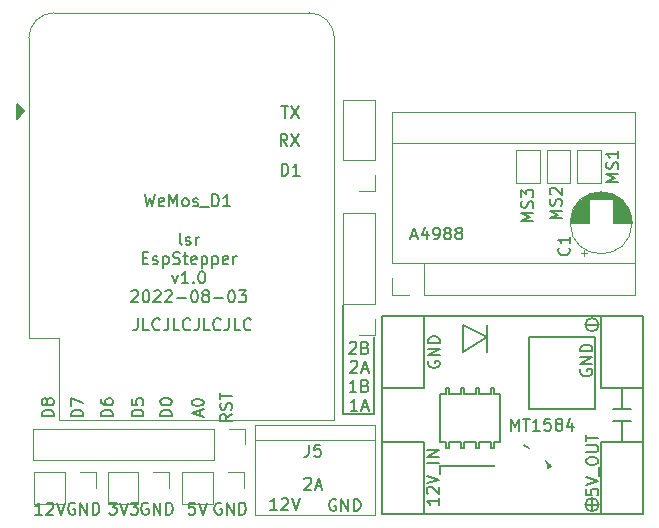
<source format=gto>
%TF.GenerationSoftware,KiCad,Pcbnew,6.0.2+dfsg-1*%
%TF.CreationDate,2022-08-03T16:07:21+02:00*%
%TF.ProjectId,EspStepperV1,45737053-7465-4707-9065-7256312e6b69,rev?*%
%TF.SameCoordinates,Original*%
%TF.FileFunction,Legend,Top*%
%TF.FilePolarity,Positive*%
%FSLAX46Y46*%
G04 Gerber Fmt 4.6, Leading zero omitted, Abs format (unit mm)*
G04 Created by KiCad (PCBNEW 6.0.2+dfsg-1) date 2022-08-03 16:07:21*
%MOMM*%
%LPD*%
G01*
G04 APERTURE LIST*
%ADD10C,0.150000*%
%ADD11C,0.120000*%
%ADD12C,1.524000*%
%ADD13R,1.524000X1.524000*%
%ADD14C,1.600000*%
%ADD15R,1.600000X1.600000*%
%ADD16R,2.000000X2.000000*%
%ADD17O,2.000000X1.600000*%
%ADD18R,1.500000X1.000000*%
%ADD19O,1.600000X1.600000*%
%ADD20R,1.700000X1.700000*%
%ADD21O,1.700000X1.700000*%
%ADD22R,3.000000X3.000000*%
%ADD23C,3.000000*%
%ADD24C,3.100000*%
%ADD25C,4.700000*%
G04 APERTURE END LIST*
D10*
X75300000Y-101500000D02*
X75300000Y-101300000D01*
X75300000Y-101400000D02*
X75300000Y-95000000D01*
X72670000Y-101500000D02*
X75300000Y-101500000D01*
X72670000Y-92300000D02*
X72670000Y-101500000D01*
X69385714Y-107047619D02*
X69433333Y-107000000D01*
X69528571Y-106952380D01*
X69766666Y-106952380D01*
X69861904Y-107000000D01*
X69909523Y-107047619D01*
X69957142Y-107142857D01*
X69957142Y-107238095D01*
X69909523Y-107380952D01*
X69338095Y-107952380D01*
X69957142Y-107952380D01*
X70338095Y-107666666D02*
X70814285Y-107666666D01*
X70242857Y-107952380D02*
X70576190Y-106952380D01*
X70909523Y-107952380D01*
X55280952Y-93452380D02*
X55280952Y-94166666D01*
X55233333Y-94309523D01*
X55138095Y-94404761D01*
X54995238Y-94452380D01*
X54900000Y-94452380D01*
X56233333Y-94452380D02*
X55757142Y-94452380D01*
X55757142Y-93452380D01*
X57138095Y-94357142D02*
X57090476Y-94404761D01*
X56947619Y-94452380D01*
X56852380Y-94452380D01*
X56709523Y-94404761D01*
X56614285Y-94309523D01*
X56566666Y-94214285D01*
X56519047Y-94023809D01*
X56519047Y-93880952D01*
X56566666Y-93690476D01*
X56614285Y-93595238D01*
X56709523Y-93500000D01*
X56852380Y-93452380D01*
X56947619Y-93452380D01*
X57090476Y-93500000D01*
X57138095Y-93547619D01*
X57852380Y-93452380D02*
X57852380Y-94166666D01*
X57804761Y-94309523D01*
X57709523Y-94404761D01*
X57566666Y-94452380D01*
X57471428Y-94452380D01*
X58804761Y-94452380D02*
X58328571Y-94452380D01*
X58328571Y-93452380D01*
X59709523Y-94357142D02*
X59661904Y-94404761D01*
X59519047Y-94452380D01*
X59423809Y-94452380D01*
X59280952Y-94404761D01*
X59185714Y-94309523D01*
X59138095Y-94214285D01*
X59090476Y-94023809D01*
X59090476Y-93880952D01*
X59138095Y-93690476D01*
X59185714Y-93595238D01*
X59280952Y-93500000D01*
X59423809Y-93452380D01*
X59519047Y-93452380D01*
X59661904Y-93500000D01*
X59709523Y-93547619D01*
X60423809Y-93452380D02*
X60423809Y-94166666D01*
X60376190Y-94309523D01*
X60280952Y-94404761D01*
X60138095Y-94452380D01*
X60042857Y-94452380D01*
X61376190Y-94452380D02*
X60900000Y-94452380D01*
X60900000Y-93452380D01*
X62280952Y-94357142D02*
X62233333Y-94404761D01*
X62090476Y-94452380D01*
X61995238Y-94452380D01*
X61852380Y-94404761D01*
X61757142Y-94309523D01*
X61709523Y-94214285D01*
X61661904Y-94023809D01*
X61661904Y-93880952D01*
X61709523Y-93690476D01*
X61757142Y-93595238D01*
X61852380Y-93500000D01*
X61995238Y-93452380D01*
X62090476Y-93452380D01*
X62233333Y-93500000D01*
X62280952Y-93547619D01*
X62995238Y-93452380D02*
X62995238Y-94166666D01*
X62947619Y-94309523D01*
X62852380Y-94404761D01*
X62709523Y-94452380D01*
X62614285Y-94452380D01*
X63947619Y-94452380D02*
X63471428Y-94452380D01*
X63471428Y-93452380D01*
X64852380Y-94357142D02*
X64804761Y-94404761D01*
X64661904Y-94452380D01*
X64566666Y-94452380D01*
X64423809Y-94404761D01*
X64328571Y-94309523D01*
X64280952Y-94214285D01*
X64233333Y-94023809D01*
X64233333Y-93880952D01*
X64280952Y-93690476D01*
X64328571Y-93595238D01*
X64423809Y-93500000D01*
X64566666Y-93452380D01*
X64661904Y-93452380D01*
X64804761Y-93500000D01*
X64852380Y-93547619D01*
X59004761Y-87237380D02*
X58909523Y-87189761D01*
X58861904Y-87094523D01*
X58861904Y-86237380D01*
X59338095Y-87189761D02*
X59433333Y-87237380D01*
X59623809Y-87237380D01*
X59719047Y-87189761D01*
X59766666Y-87094523D01*
X59766666Y-87046904D01*
X59719047Y-86951666D01*
X59623809Y-86904047D01*
X59480952Y-86904047D01*
X59385714Y-86856428D01*
X59338095Y-86761190D01*
X59338095Y-86713571D01*
X59385714Y-86618333D01*
X59480952Y-86570714D01*
X59623809Y-86570714D01*
X59719047Y-86618333D01*
X60195238Y-87237380D02*
X60195238Y-86570714D01*
X60195238Y-86761190D02*
X60242857Y-86665952D01*
X60290476Y-86618333D01*
X60385714Y-86570714D01*
X60480952Y-86570714D01*
X55695238Y-88323571D02*
X56028571Y-88323571D01*
X56171428Y-88847380D02*
X55695238Y-88847380D01*
X55695238Y-87847380D01*
X56171428Y-87847380D01*
X56552380Y-88799761D02*
X56647619Y-88847380D01*
X56838095Y-88847380D01*
X56933333Y-88799761D01*
X56980952Y-88704523D01*
X56980952Y-88656904D01*
X56933333Y-88561666D01*
X56838095Y-88514047D01*
X56695238Y-88514047D01*
X56600000Y-88466428D01*
X56552380Y-88371190D01*
X56552380Y-88323571D01*
X56600000Y-88228333D01*
X56695238Y-88180714D01*
X56838095Y-88180714D01*
X56933333Y-88228333D01*
X57409523Y-88180714D02*
X57409523Y-89180714D01*
X57409523Y-88228333D02*
X57504761Y-88180714D01*
X57695238Y-88180714D01*
X57790476Y-88228333D01*
X57838095Y-88275952D01*
X57885714Y-88371190D01*
X57885714Y-88656904D01*
X57838095Y-88752142D01*
X57790476Y-88799761D01*
X57695238Y-88847380D01*
X57504761Y-88847380D01*
X57409523Y-88799761D01*
X58266666Y-88799761D02*
X58409523Y-88847380D01*
X58647619Y-88847380D01*
X58742857Y-88799761D01*
X58790476Y-88752142D01*
X58838095Y-88656904D01*
X58838095Y-88561666D01*
X58790476Y-88466428D01*
X58742857Y-88418809D01*
X58647619Y-88371190D01*
X58457142Y-88323571D01*
X58361904Y-88275952D01*
X58314285Y-88228333D01*
X58266666Y-88133095D01*
X58266666Y-88037857D01*
X58314285Y-87942619D01*
X58361904Y-87895000D01*
X58457142Y-87847380D01*
X58695238Y-87847380D01*
X58838095Y-87895000D01*
X59123809Y-88180714D02*
X59504761Y-88180714D01*
X59266666Y-87847380D02*
X59266666Y-88704523D01*
X59314285Y-88799761D01*
X59409523Y-88847380D01*
X59504761Y-88847380D01*
X60219047Y-88799761D02*
X60123809Y-88847380D01*
X59933333Y-88847380D01*
X59838095Y-88799761D01*
X59790476Y-88704523D01*
X59790476Y-88323571D01*
X59838095Y-88228333D01*
X59933333Y-88180714D01*
X60123809Y-88180714D01*
X60219047Y-88228333D01*
X60266666Y-88323571D01*
X60266666Y-88418809D01*
X59790476Y-88514047D01*
X60695238Y-88180714D02*
X60695238Y-89180714D01*
X60695238Y-88228333D02*
X60790476Y-88180714D01*
X60980952Y-88180714D01*
X61076190Y-88228333D01*
X61123809Y-88275952D01*
X61171428Y-88371190D01*
X61171428Y-88656904D01*
X61123809Y-88752142D01*
X61076190Y-88799761D01*
X60980952Y-88847380D01*
X60790476Y-88847380D01*
X60695238Y-88799761D01*
X61600000Y-88180714D02*
X61600000Y-89180714D01*
X61600000Y-88228333D02*
X61695238Y-88180714D01*
X61885714Y-88180714D01*
X61980952Y-88228333D01*
X62028571Y-88275952D01*
X62076190Y-88371190D01*
X62076190Y-88656904D01*
X62028571Y-88752142D01*
X61980952Y-88799761D01*
X61885714Y-88847380D01*
X61695238Y-88847380D01*
X61600000Y-88799761D01*
X62885714Y-88799761D02*
X62790476Y-88847380D01*
X62600000Y-88847380D01*
X62504761Y-88799761D01*
X62457142Y-88704523D01*
X62457142Y-88323571D01*
X62504761Y-88228333D01*
X62600000Y-88180714D01*
X62790476Y-88180714D01*
X62885714Y-88228333D01*
X62933333Y-88323571D01*
X62933333Y-88418809D01*
X62457142Y-88514047D01*
X63361904Y-88847380D02*
X63361904Y-88180714D01*
X63361904Y-88371190D02*
X63409523Y-88275952D01*
X63457142Y-88228333D01*
X63552380Y-88180714D01*
X63647619Y-88180714D01*
X58171428Y-89790714D02*
X58409523Y-90457380D01*
X58647619Y-89790714D01*
X59552380Y-90457380D02*
X58980952Y-90457380D01*
X59266666Y-90457380D02*
X59266666Y-89457380D01*
X59171428Y-89600238D01*
X59076190Y-89695476D01*
X58980952Y-89743095D01*
X59980952Y-90362142D02*
X60028571Y-90409761D01*
X59980952Y-90457380D01*
X59933333Y-90409761D01*
X59980952Y-90362142D01*
X59980952Y-90457380D01*
X60647619Y-89457380D02*
X60742857Y-89457380D01*
X60838095Y-89505000D01*
X60885714Y-89552619D01*
X60933333Y-89647857D01*
X60980952Y-89838333D01*
X60980952Y-90076428D01*
X60933333Y-90266904D01*
X60885714Y-90362142D01*
X60838095Y-90409761D01*
X60742857Y-90457380D01*
X60647619Y-90457380D01*
X60552380Y-90409761D01*
X60504761Y-90362142D01*
X60457142Y-90266904D01*
X60409523Y-90076428D01*
X60409523Y-89838333D01*
X60457142Y-89647857D01*
X60504761Y-89552619D01*
X60552380Y-89505000D01*
X60647619Y-89457380D01*
X54742857Y-91162619D02*
X54790476Y-91115000D01*
X54885714Y-91067380D01*
X55123809Y-91067380D01*
X55219047Y-91115000D01*
X55266666Y-91162619D01*
X55314285Y-91257857D01*
X55314285Y-91353095D01*
X55266666Y-91495952D01*
X54695238Y-92067380D01*
X55314285Y-92067380D01*
X55933333Y-91067380D02*
X56028571Y-91067380D01*
X56123809Y-91115000D01*
X56171428Y-91162619D01*
X56219047Y-91257857D01*
X56266666Y-91448333D01*
X56266666Y-91686428D01*
X56219047Y-91876904D01*
X56171428Y-91972142D01*
X56123809Y-92019761D01*
X56028571Y-92067380D01*
X55933333Y-92067380D01*
X55838095Y-92019761D01*
X55790476Y-91972142D01*
X55742857Y-91876904D01*
X55695238Y-91686428D01*
X55695238Y-91448333D01*
X55742857Y-91257857D01*
X55790476Y-91162619D01*
X55838095Y-91115000D01*
X55933333Y-91067380D01*
X56647619Y-91162619D02*
X56695238Y-91115000D01*
X56790476Y-91067380D01*
X57028571Y-91067380D01*
X57123809Y-91115000D01*
X57171428Y-91162619D01*
X57219047Y-91257857D01*
X57219047Y-91353095D01*
X57171428Y-91495952D01*
X56600000Y-92067380D01*
X57219047Y-92067380D01*
X57600000Y-91162619D02*
X57647619Y-91115000D01*
X57742857Y-91067380D01*
X57980952Y-91067380D01*
X58076190Y-91115000D01*
X58123809Y-91162619D01*
X58171428Y-91257857D01*
X58171428Y-91353095D01*
X58123809Y-91495952D01*
X57552380Y-92067380D01*
X58171428Y-92067380D01*
X58600000Y-91686428D02*
X59361904Y-91686428D01*
X60028571Y-91067380D02*
X60123809Y-91067380D01*
X60219047Y-91115000D01*
X60266666Y-91162619D01*
X60314285Y-91257857D01*
X60361904Y-91448333D01*
X60361904Y-91686428D01*
X60314285Y-91876904D01*
X60266666Y-91972142D01*
X60219047Y-92019761D01*
X60123809Y-92067380D01*
X60028571Y-92067380D01*
X59933333Y-92019761D01*
X59885714Y-91972142D01*
X59838095Y-91876904D01*
X59790476Y-91686428D01*
X59790476Y-91448333D01*
X59838095Y-91257857D01*
X59885714Y-91162619D01*
X59933333Y-91115000D01*
X60028571Y-91067380D01*
X60933333Y-91495952D02*
X60838095Y-91448333D01*
X60790476Y-91400714D01*
X60742857Y-91305476D01*
X60742857Y-91257857D01*
X60790476Y-91162619D01*
X60838095Y-91115000D01*
X60933333Y-91067380D01*
X61123809Y-91067380D01*
X61219047Y-91115000D01*
X61266666Y-91162619D01*
X61314285Y-91257857D01*
X61314285Y-91305476D01*
X61266666Y-91400714D01*
X61219047Y-91448333D01*
X61123809Y-91495952D01*
X60933333Y-91495952D01*
X60838095Y-91543571D01*
X60790476Y-91591190D01*
X60742857Y-91686428D01*
X60742857Y-91876904D01*
X60790476Y-91972142D01*
X60838095Y-92019761D01*
X60933333Y-92067380D01*
X61123809Y-92067380D01*
X61219047Y-92019761D01*
X61266666Y-91972142D01*
X61314285Y-91876904D01*
X61314285Y-91686428D01*
X61266666Y-91591190D01*
X61219047Y-91543571D01*
X61123809Y-91495952D01*
X61742857Y-91686428D02*
X62504761Y-91686428D01*
X63171428Y-91067380D02*
X63266666Y-91067380D01*
X63361904Y-91115000D01*
X63409523Y-91162619D01*
X63457142Y-91257857D01*
X63504761Y-91448333D01*
X63504761Y-91686428D01*
X63457142Y-91876904D01*
X63409523Y-91972142D01*
X63361904Y-92019761D01*
X63266666Y-92067380D01*
X63171428Y-92067380D01*
X63076190Y-92019761D01*
X63028571Y-91972142D01*
X62980952Y-91876904D01*
X62933333Y-91686428D01*
X62933333Y-91448333D01*
X62980952Y-91257857D01*
X63028571Y-91162619D01*
X63076190Y-91115000D01*
X63171428Y-91067380D01*
X63838095Y-91067380D02*
X64457142Y-91067380D01*
X64123809Y-91448333D01*
X64266666Y-91448333D01*
X64361904Y-91495952D01*
X64409523Y-91543571D01*
X64457142Y-91638809D01*
X64457142Y-91876904D01*
X64409523Y-91972142D01*
X64361904Y-92019761D01*
X64266666Y-92067380D01*
X63980952Y-92067380D01*
X63885714Y-92019761D01*
X63838095Y-91972142D01*
X92800000Y-97761904D02*
X92752380Y-97857142D01*
X92752380Y-98000000D01*
X92800000Y-98142857D01*
X92895238Y-98238095D01*
X92990476Y-98285714D01*
X93180952Y-98333333D01*
X93323809Y-98333333D01*
X93514285Y-98285714D01*
X93609523Y-98238095D01*
X93704761Y-98142857D01*
X93752380Y-98000000D01*
X93752380Y-97904761D01*
X93704761Y-97761904D01*
X93657142Y-97714285D01*
X93323809Y-97714285D01*
X93323809Y-97904761D01*
X93752380Y-97285714D02*
X92752380Y-97285714D01*
X93752380Y-96714285D01*
X92752380Y-96714285D01*
X93752380Y-96238095D02*
X92752380Y-96238095D01*
X92752380Y-96000000D01*
X92800000Y-95857142D01*
X92895238Y-95761904D01*
X92990476Y-95714285D01*
X93180952Y-95666666D01*
X93323809Y-95666666D01*
X93514285Y-95714285D01*
X93609523Y-95761904D01*
X93704761Y-95857142D01*
X93752380Y-96000000D01*
X93752380Y-96238095D01*
X93252380Y-107900000D02*
X93252380Y-108376190D01*
X93728571Y-108423809D01*
X93680952Y-108376190D01*
X93633333Y-108280952D01*
X93633333Y-108042857D01*
X93680952Y-107947619D01*
X93728571Y-107900000D01*
X93823809Y-107852380D01*
X94061904Y-107852380D01*
X94157142Y-107900000D01*
X94204761Y-107947619D01*
X94252380Y-108042857D01*
X94252380Y-108280952D01*
X94204761Y-108376190D01*
X94157142Y-108423809D01*
X93252380Y-107566666D02*
X94252380Y-107233333D01*
X93252380Y-106900000D01*
X94347619Y-106804761D02*
X94347619Y-106042857D01*
X93252380Y-105614285D02*
X93252380Y-105423809D01*
X93300000Y-105328571D01*
X93395238Y-105233333D01*
X93585714Y-105185714D01*
X93919047Y-105185714D01*
X94109523Y-105233333D01*
X94204761Y-105328571D01*
X94252380Y-105423809D01*
X94252380Y-105614285D01*
X94204761Y-105709523D01*
X94109523Y-105804761D01*
X93919047Y-105852380D01*
X93585714Y-105852380D01*
X93395238Y-105804761D01*
X93300000Y-105709523D01*
X93252380Y-105614285D01*
X93252380Y-104757142D02*
X94061904Y-104757142D01*
X94157142Y-104709523D01*
X94204761Y-104661904D01*
X94252380Y-104566666D01*
X94252380Y-104376190D01*
X94204761Y-104280952D01*
X94157142Y-104233333D01*
X94061904Y-104185714D01*
X93252380Y-104185714D01*
X93252380Y-103852380D02*
X93252380Y-103280952D01*
X94252380Y-103566666D02*
X93252380Y-103566666D01*
X80752380Y-108661904D02*
X80752380Y-109233333D01*
X80752380Y-108947619D02*
X79752380Y-108947619D01*
X79895238Y-109042857D01*
X79990476Y-109138095D01*
X80038095Y-109233333D01*
X79847619Y-108280952D02*
X79800000Y-108233333D01*
X79752380Y-108138095D01*
X79752380Y-107900000D01*
X79800000Y-107804761D01*
X79847619Y-107757142D01*
X79942857Y-107709523D01*
X80038095Y-107709523D01*
X80180952Y-107757142D01*
X80752380Y-108328571D01*
X80752380Y-107709523D01*
X79752380Y-107423809D02*
X80752380Y-107090476D01*
X79752380Y-106757142D01*
X80847619Y-106661904D02*
X80847619Y-105900000D01*
X80752380Y-105661904D02*
X79752380Y-105661904D01*
X80752380Y-105185714D02*
X79752380Y-105185714D01*
X80752380Y-104614285D01*
X79752380Y-104614285D01*
X79900000Y-97061904D02*
X79852380Y-97157142D01*
X79852380Y-97300000D01*
X79900000Y-97442857D01*
X79995238Y-97538095D01*
X80090476Y-97585714D01*
X80280952Y-97633333D01*
X80423809Y-97633333D01*
X80614285Y-97585714D01*
X80709523Y-97538095D01*
X80804761Y-97442857D01*
X80852380Y-97300000D01*
X80852380Y-97204761D01*
X80804761Y-97061904D01*
X80757142Y-97014285D01*
X80423809Y-97014285D01*
X80423809Y-97204761D01*
X80852380Y-96585714D02*
X79852380Y-96585714D01*
X80852380Y-96014285D01*
X79852380Y-96014285D01*
X80852380Y-95538095D02*
X79852380Y-95538095D01*
X79852380Y-95300000D01*
X79900000Y-95157142D01*
X79995238Y-95061904D01*
X80090476Y-95014285D01*
X80280952Y-94966666D01*
X80423809Y-94966666D01*
X80614285Y-95014285D01*
X80709523Y-95061904D01*
X80804761Y-95157142D01*
X80852380Y-95300000D01*
X80852380Y-95538095D01*
X72038095Y-108800000D02*
X71942857Y-108752380D01*
X71800000Y-108752380D01*
X71657142Y-108800000D01*
X71561904Y-108895238D01*
X71514285Y-108990476D01*
X71466666Y-109180952D01*
X71466666Y-109323809D01*
X71514285Y-109514285D01*
X71561904Y-109609523D01*
X71657142Y-109704761D01*
X71800000Y-109752380D01*
X71895238Y-109752380D01*
X72038095Y-109704761D01*
X72085714Y-109657142D01*
X72085714Y-109323809D01*
X71895238Y-109323809D01*
X72514285Y-109752380D02*
X72514285Y-108752380D01*
X73085714Y-109752380D01*
X73085714Y-108752380D01*
X73561904Y-109752380D02*
X73561904Y-108752380D01*
X73800000Y-108752380D01*
X73942857Y-108800000D01*
X74038095Y-108895238D01*
X74085714Y-108990476D01*
X74133333Y-109180952D01*
X74133333Y-109323809D01*
X74085714Y-109514285D01*
X74038095Y-109609523D01*
X73942857Y-109704761D01*
X73800000Y-109752380D01*
X73561904Y-109752380D01*
X67080952Y-109652380D02*
X66509523Y-109652380D01*
X66795238Y-109652380D02*
X66795238Y-108652380D01*
X66700000Y-108795238D01*
X66604761Y-108890476D01*
X66509523Y-108938095D01*
X67461904Y-108747619D02*
X67509523Y-108700000D01*
X67604761Y-108652380D01*
X67842857Y-108652380D01*
X67938095Y-108700000D01*
X67985714Y-108747619D01*
X68033333Y-108842857D01*
X68033333Y-108938095D01*
X67985714Y-109080952D01*
X67414285Y-109652380D01*
X68033333Y-109652380D01*
X68319047Y-108652380D02*
X68652380Y-109652380D01*
X68985714Y-108652380D01*
X73214285Y-95532619D02*
X73261904Y-95485000D01*
X73357142Y-95437380D01*
X73595238Y-95437380D01*
X73690476Y-95485000D01*
X73738095Y-95532619D01*
X73785714Y-95627857D01*
X73785714Y-95723095D01*
X73738095Y-95865952D01*
X73166666Y-96437380D01*
X73785714Y-96437380D01*
X74547619Y-95913571D02*
X74690476Y-95961190D01*
X74738095Y-96008809D01*
X74785714Y-96104047D01*
X74785714Y-96246904D01*
X74738095Y-96342142D01*
X74690476Y-96389761D01*
X74595238Y-96437380D01*
X74214285Y-96437380D01*
X74214285Y-95437380D01*
X74547619Y-95437380D01*
X74642857Y-95485000D01*
X74690476Y-95532619D01*
X74738095Y-95627857D01*
X74738095Y-95723095D01*
X74690476Y-95818333D01*
X74642857Y-95865952D01*
X74547619Y-95913571D01*
X74214285Y-95913571D01*
X73285714Y-97142619D02*
X73333333Y-97095000D01*
X73428571Y-97047380D01*
X73666666Y-97047380D01*
X73761904Y-97095000D01*
X73809523Y-97142619D01*
X73857142Y-97237857D01*
X73857142Y-97333095D01*
X73809523Y-97475952D01*
X73238095Y-98047380D01*
X73857142Y-98047380D01*
X74238095Y-97761666D02*
X74714285Y-97761666D01*
X74142857Y-98047380D02*
X74476190Y-97047380D01*
X74809523Y-98047380D01*
X73785714Y-99657380D02*
X73214285Y-99657380D01*
X73500000Y-99657380D02*
X73500000Y-98657380D01*
X73404761Y-98800238D01*
X73309523Y-98895476D01*
X73214285Y-98943095D01*
X74547619Y-99133571D02*
X74690476Y-99181190D01*
X74738095Y-99228809D01*
X74785714Y-99324047D01*
X74785714Y-99466904D01*
X74738095Y-99562142D01*
X74690476Y-99609761D01*
X74595238Y-99657380D01*
X74214285Y-99657380D01*
X74214285Y-98657380D01*
X74547619Y-98657380D01*
X74642857Y-98705000D01*
X74690476Y-98752619D01*
X74738095Y-98847857D01*
X74738095Y-98943095D01*
X74690476Y-99038333D01*
X74642857Y-99085952D01*
X74547619Y-99133571D01*
X74214285Y-99133571D01*
X73857142Y-101267380D02*
X73285714Y-101267380D01*
X73571428Y-101267380D02*
X73571428Y-100267380D01*
X73476190Y-100410238D01*
X73380952Y-100505476D01*
X73285714Y-100553095D01*
X74238095Y-100981666D02*
X74714285Y-100981666D01*
X74142857Y-101267380D02*
X74476190Y-100267380D01*
X74809523Y-101267380D01*
X67461904Y-81352380D02*
X67461904Y-80352380D01*
X67700000Y-80352380D01*
X67842857Y-80400000D01*
X67938095Y-80495238D01*
X67985714Y-80590476D01*
X68033333Y-80780952D01*
X68033333Y-80923809D01*
X67985714Y-81114285D01*
X67938095Y-81209523D01*
X67842857Y-81304761D01*
X67700000Y-81352380D01*
X67461904Y-81352380D01*
X68985714Y-81352380D02*
X68414285Y-81352380D01*
X68700000Y-81352380D02*
X68700000Y-80352380D01*
X68604761Y-80495238D01*
X68509523Y-80590476D01*
X68414285Y-80638095D01*
X67933333Y-78852380D02*
X67600000Y-78376190D01*
X67361904Y-78852380D02*
X67361904Y-77852380D01*
X67742857Y-77852380D01*
X67838095Y-77900000D01*
X67885714Y-77947619D01*
X67933333Y-78042857D01*
X67933333Y-78185714D01*
X67885714Y-78280952D01*
X67838095Y-78328571D01*
X67742857Y-78376190D01*
X67361904Y-78376190D01*
X68266666Y-77852380D02*
X68933333Y-78852380D01*
X68933333Y-77852380D02*
X68266666Y-78852380D01*
X67438095Y-75452380D02*
X68009523Y-75452380D01*
X67723809Y-76452380D02*
X67723809Y-75452380D01*
X68247619Y-75452380D02*
X68914285Y-76452380D01*
X68914285Y-75452380D02*
X68247619Y-76452380D01*
X49938095Y-109100000D02*
X49842857Y-109052380D01*
X49700000Y-109052380D01*
X49557142Y-109100000D01*
X49461904Y-109195238D01*
X49414285Y-109290476D01*
X49366666Y-109480952D01*
X49366666Y-109623809D01*
X49414285Y-109814285D01*
X49461904Y-109909523D01*
X49557142Y-110004761D01*
X49700000Y-110052380D01*
X49795238Y-110052380D01*
X49938095Y-110004761D01*
X49985714Y-109957142D01*
X49985714Y-109623809D01*
X49795238Y-109623809D01*
X50414285Y-110052380D02*
X50414285Y-109052380D01*
X50985714Y-110052380D01*
X50985714Y-109052380D01*
X51461904Y-110052380D02*
X51461904Y-109052380D01*
X51700000Y-109052380D01*
X51842857Y-109100000D01*
X51938095Y-109195238D01*
X51985714Y-109290476D01*
X52033333Y-109480952D01*
X52033333Y-109623809D01*
X51985714Y-109814285D01*
X51938095Y-109909523D01*
X51842857Y-110004761D01*
X51700000Y-110052380D01*
X51461904Y-110052380D01*
X56138095Y-109100000D02*
X56042857Y-109052380D01*
X55900000Y-109052380D01*
X55757142Y-109100000D01*
X55661904Y-109195238D01*
X55614285Y-109290476D01*
X55566666Y-109480952D01*
X55566666Y-109623809D01*
X55614285Y-109814285D01*
X55661904Y-109909523D01*
X55757142Y-110004761D01*
X55900000Y-110052380D01*
X55995238Y-110052380D01*
X56138095Y-110004761D01*
X56185714Y-109957142D01*
X56185714Y-109623809D01*
X55995238Y-109623809D01*
X56614285Y-110052380D02*
X56614285Y-109052380D01*
X57185714Y-110052380D01*
X57185714Y-109052380D01*
X57661904Y-110052380D02*
X57661904Y-109052380D01*
X57900000Y-109052380D01*
X58042857Y-109100000D01*
X58138095Y-109195238D01*
X58185714Y-109290476D01*
X58233333Y-109480952D01*
X58233333Y-109623809D01*
X58185714Y-109814285D01*
X58138095Y-109909523D01*
X58042857Y-110004761D01*
X57900000Y-110052380D01*
X57661904Y-110052380D01*
X62338095Y-109100000D02*
X62242857Y-109052380D01*
X62100000Y-109052380D01*
X61957142Y-109100000D01*
X61861904Y-109195238D01*
X61814285Y-109290476D01*
X61766666Y-109480952D01*
X61766666Y-109623809D01*
X61814285Y-109814285D01*
X61861904Y-109909523D01*
X61957142Y-110004761D01*
X62100000Y-110052380D01*
X62195238Y-110052380D01*
X62338095Y-110004761D01*
X62385714Y-109957142D01*
X62385714Y-109623809D01*
X62195238Y-109623809D01*
X62814285Y-110052380D02*
X62814285Y-109052380D01*
X63385714Y-110052380D01*
X63385714Y-109052380D01*
X63861904Y-110052380D02*
X63861904Y-109052380D01*
X64100000Y-109052380D01*
X64242857Y-109100000D01*
X64338095Y-109195238D01*
X64385714Y-109290476D01*
X64433333Y-109480952D01*
X64433333Y-109623809D01*
X64385714Y-109814285D01*
X64338095Y-109909523D01*
X64242857Y-110004761D01*
X64100000Y-110052380D01*
X63861904Y-110052380D01*
X60109523Y-109052380D02*
X59633333Y-109052380D01*
X59585714Y-109528571D01*
X59633333Y-109480952D01*
X59728571Y-109433333D01*
X59966666Y-109433333D01*
X60061904Y-109480952D01*
X60109523Y-109528571D01*
X60157142Y-109623809D01*
X60157142Y-109861904D01*
X60109523Y-109957142D01*
X60061904Y-110004761D01*
X59966666Y-110052380D01*
X59728571Y-110052380D01*
X59633333Y-110004761D01*
X59585714Y-109957142D01*
X60442857Y-109052380D02*
X60776190Y-110052380D01*
X61109523Y-109052380D01*
X52861904Y-109052380D02*
X53480952Y-109052380D01*
X53147619Y-109433333D01*
X53290476Y-109433333D01*
X53385714Y-109480952D01*
X53433333Y-109528571D01*
X53480952Y-109623809D01*
X53480952Y-109861904D01*
X53433333Y-109957142D01*
X53385714Y-110004761D01*
X53290476Y-110052380D01*
X53004761Y-110052380D01*
X52909523Y-110004761D01*
X52861904Y-109957142D01*
X53766666Y-109052380D02*
X54100000Y-110052380D01*
X54433333Y-109052380D01*
X54671428Y-109052380D02*
X55290476Y-109052380D01*
X54957142Y-109433333D01*
X55100000Y-109433333D01*
X55195238Y-109480952D01*
X55242857Y-109528571D01*
X55290476Y-109623809D01*
X55290476Y-109861904D01*
X55242857Y-109957142D01*
X55195238Y-110004761D01*
X55100000Y-110052380D01*
X54814285Y-110052380D01*
X54719047Y-110004761D01*
X54671428Y-109957142D01*
X47180952Y-110052380D02*
X46609523Y-110052380D01*
X46895238Y-110052380D02*
X46895238Y-109052380D01*
X46800000Y-109195238D01*
X46704761Y-109290476D01*
X46609523Y-109338095D01*
X47561904Y-109147619D02*
X47609523Y-109100000D01*
X47704761Y-109052380D01*
X47942857Y-109052380D01*
X48038095Y-109100000D01*
X48085714Y-109147619D01*
X48133333Y-109242857D01*
X48133333Y-109338095D01*
X48085714Y-109480952D01*
X47514285Y-110052380D01*
X48133333Y-110052380D01*
X48419047Y-109052380D02*
X48752380Y-110052380D01*
X49085714Y-109052380D01*
X63252380Y-101547619D02*
X62776190Y-101880952D01*
X63252380Y-102119047D02*
X62252380Y-102119047D01*
X62252380Y-101738095D01*
X62300000Y-101642857D01*
X62347619Y-101595238D01*
X62442857Y-101547619D01*
X62585714Y-101547619D01*
X62680952Y-101595238D01*
X62728571Y-101642857D01*
X62776190Y-101738095D01*
X62776190Y-102119047D01*
X63204761Y-101166666D02*
X63252380Y-101023809D01*
X63252380Y-100785714D01*
X63204761Y-100690476D01*
X63157142Y-100642857D01*
X63061904Y-100595238D01*
X62966666Y-100595238D01*
X62871428Y-100642857D01*
X62823809Y-100690476D01*
X62776190Y-100785714D01*
X62728571Y-100976190D01*
X62680952Y-101071428D01*
X62633333Y-101119047D01*
X62538095Y-101166666D01*
X62442857Y-101166666D01*
X62347619Y-101119047D01*
X62300000Y-101071428D01*
X62252380Y-100976190D01*
X62252380Y-100738095D01*
X62300000Y-100595238D01*
X62252380Y-100309523D02*
X62252380Y-99738095D01*
X63252380Y-100023809D02*
X62252380Y-100023809D01*
X60566666Y-101714285D02*
X60566666Y-101238095D01*
X60852380Y-101809523D02*
X59852380Y-101476190D01*
X60852380Y-101142857D01*
X59852380Y-100619047D02*
X59852380Y-100523809D01*
X59900000Y-100428571D01*
X59947619Y-100380952D01*
X60042857Y-100333333D01*
X60233333Y-100285714D01*
X60471428Y-100285714D01*
X60661904Y-100333333D01*
X60757142Y-100380952D01*
X60804761Y-100428571D01*
X60852380Y-100523809D01*
X60852380Y-100619047D01*
X60804761Y-100714285D01*
X60757142Y-100761904D01*
X60661904Y-100809523D01*
X60471428Y-100857142D01*
X60233333Y-100857142D01*
X60042857Y-100809523D01*
X59947619Y-100761904D01*
X59900000Y-100714285D01*
X59852380Y-100619047D01*
X58152380Y-101738095D02*
X57152380Y-101738095D01*
X57152380Y-101500000D01*
X57200000Y-101357142D01*
X57295238Y-101261904D01*
X57390476Y-101214285D01*
X57580952Y-101166666D01*
X57723809Y-101166666D01*
X57914285Y-101214285D01*
X58009523Y-101261904D01*
X58104761Y-101357142D01*
X58152380Y-101500000D01*
X58152380Y-101738095D01*
X57152380Y-100547619D02*
X57152380Y-100452380D01*
X57200000Y-100357142D01*
X57247619Y-100309523D01*
X57342857Y-100261904D01*
X57533333Y-100214285D01*
X57771428Y-100214285D01*
X57961904Y-100261904D01*
X58057142Y-100309523D01*
X58104761Y-100357142D01*
X58152380Y-100452380D01*
X58152380Y-100547619D01*
X58104761Y-100642857D01*
X58057142Y-100690476D01*
X57961904Y-100738095D01*
X57771428Y-100785714D01*
X57533333Y-100785714D01*
X57342857Y-100738095D01*
X57247619Y-100690476D01*
X57200000Y-100642857D01*
X57152380Y-100547619D01*
X55752380Y-101738095D02*
X54752380Y-101738095D01*
X54752380Y-101500000D01*
X54800000Y-101357142D01*
X54895238Y-101261904D01*
X54990476Y-101214285D01*
X55180952Y-101166666D01*
X55323809Y-101166666D01*
X55514285Y-101214285D01*
X55609523Y-101261904D01*
X55704761Y-101357142D01*
X55752380Y-101500000D01*
X55752380Y-101738095D01*
X54752380Y-100261904D02*
X54752380Y-100738095D01*
X55228571Y-100785714D01*
X55180952Y-100738095D01*
X55133333Y-100642857D01*
X55133333Y-100404761D01*
X55180952Y-100309523D01*
X55228571Y-100261904D01*
X55323809Y-100214285D01*
X55561904Y-100214285D01*
X55657142Y-100261904D01*
X55704761Y-100309523D01*
X55752380Y-100404761D01*
X55752380Y-100642857D01*
X55704761Y-100738095D01*
X55657142Y-100785714D01*
X53152380Y-101738095D02*
X52152380Y-101738095D01*
X52152380Y-101500000D01*
X52200000Y-101357142D01*
X52295238Y-101261904D01*
X52390476Y-101214285D01*
X52580952Y-101166666D01*
X52723809Y-101166666D01*
X52914285Y-101214285D01*
X53009523Y-101261904D01*
X53104761Y-101357142D01*
X53152380Y-101500000D01*
X53152380Y-101738095D01*
X52152380Y-100309523D02*
X52152380Y-100500000D01*
X52200000Y-100595238D01*
X52247619Y-100642857D01*
X52390476Y-100738095D01*
X52580952Y-100785714D01*
X52961904Y-100785714D01*
X53057142Y-100738095D01*
X53104761Y-100690476D01*
X53152380Y-100595238D01*
X53152380Y-100404761D01*
X53104761Y-100309523D01*
X53057142Y-100261904D01*
X52961904Y-100214285D01*
X52723809Y-100214285D01*
X52628571Y-100261904D01*
X52580952Y-100309523D01*
X52533333Y-100404761D01*
X52533333Y-100595238D01*
X52580952Y-100690476D01*
X52628571Y-100738095D01*
X52723809Y-100785714D01*
X50652380Y-101738095D02*
X49652380Y-101738095D01*
X49652380Y-101500000D01*
X49700000Y-101357142D01*
X49795238Y-101261904D01*
X49890476Y-101214285D01*
X50080952Y-101166666D01*
X50223809Y-101166666D01*
X50414285Y-101214285D01*
X50509523Y-101261904D01*
X50604761Y-101357142D01*
X50652380Y-101500000D01*
X50652380Y-101738095D01*
X49652380Y-100833333D02*
X49652380Y-100166666D01*
X50652380Y-100595238D01*
X48152380Y-101738095D02*
X47152380Y-101738095D01*
X47152380Y-101500000D01*
X47200000Y-101357142D01*
X47295238Y-101261904D01*
X47390476Y-101214285D01*
X47580952Y-101166666D01*
X47723809Y-101166666D01*
X47914285Y-101214285D01*
X48009523Y-101261904D01*
X48104761Y-101357142D01*
X48152380Y-101500000D01*
X48152380Y-101738095D01*
X47580952Y-100595238D02*
X47533333Y-100690476D01*
X47485714Y-100738095D01*
X47390476Y-100785714D01*
X47342857Y-100785714D01*
X47247619Y-100738095D01*
X47200000Y-100690476D01*
X47152380Y-100595238D01*
X47152380Y-100404761D01*
X47200000Y-100309523D01*
X47247619Y-100261904D01*
X47342857Y-100214285D01*
X47390476Y-100214285D01*
X47485714Y-100261904D01*
X47533333Y-100309523D01*
X47580952Y-100404761D01*
X47580952Y-100595238D01*
X47628571Y-100690476D01*
X47676190Y-100738095D01*
X47771428Y-100785714D01*
X47961904Y-100785714D01*
X48057142Y-100738095D01*
X48104761Y-100690476D01*
X48152380Y-100595238D01*
X48152380Y-100404761D01*
X48104761Y-100309523D01*
X48057142Y-100261904D01*
X47961904Y-100214285D01*
X47771428Y-100214285D01*
X47676190Y-100261904D01*
X47628571Y-100309523D01*
X47580952Y-100404761D01*
%TO.C,C1*%
X91757142Y-87466666D02*
X91804761Y-87514285D01*
X91852380Y-87657142D01*
X91852380Y-87752380D01*
X91804761Y-87895238D01*
X91709523Y-87990476D01*
X91614285Y-88038095D01*
X91423809Y-88085714D01*
X91280952Y-88085714D01*
X91090476Y-88038095D01*
X90995238Y-87990476D01*
X90900000Y-87895238D01*
X90852380Y-87752380D01*
X90852380Y-87657142D01*
X90900000Y-87514285D01*
X90947619Y-87466666D01*
X91852380Y-86514285D02*
X91852380Y-87085714D01*
X91852380Y-86800000D02*
X90852380Y-86800000D01*
X90995238Y-86895238D01*
X91090476Y-86990476D01*
X91138095Y-87085714D01*
%TO.C,WeMos_D1*%
X55857142Y-82952380D02*
X56095238Y-83952380D01*
X56285714Y-83238095D01*
X56476190Y-83952380D01*
X56714285Y-82952380D01*
X57476190Y-83904761D02*
X57380952Y-83952380D01*
X57190476Y-83952380D01*
X57095238Y-83904761D01*
X57047619Y-83809523D01*
X57047619Y-83428571D01*
X57095238Y-83333333D01*
X57190476Y-83285714D01*
X57380952Y-83285714D01*
X57476190Y-83333333D01*
X57523809Y-83428571D01*
X57523809Y-83523809D01*
X57047619Y-83619047D01*
X57952380Y-83952380D02*
X57952380Y-82952380D01*
X58285714Y-83666666D01*
X58619047Y-82952380D01*
X58619047Y-83952380D01*
X59238095Y-83952380D02*
X59142857Y-83904761D01*
X59095238Y-83857142D01*
X59047619Y-83761904D01*
X59047619Y-83476190D01*
X59095238Y-83380952D01*
X59142857Y-83333333D01*
X59238095Y-83285714D01*
X59380952Y-83285714D01*
X59476190Y-83333333D01*
X59523809Y-83380952D01*
X59571428Y-83476190D01*
X59571428Y-83761904D01*
X59523809Y-83857142D01*
X59476190Y-83904761D01*
X59380952Y-83952380D01*
X59238095Y-83952380D01*
X59952380Y-83904761D02*
X60047619Y-83952380D01*
X60238095Y-83952380D01*
X60333333Y-83904761D01*
X60380952Y-83809523D01*
X60380952Y-83761904D01*
X60333333Y-83666666D01*
X60238095Y-83619047D01*
X60095238Y-83619047D01*
X60000000Y-83571428D01*
X59952380Y-83476190D01*
X59952380Y-83428571D01*
X60000000Y-83333333D01*
X60095238Y-83285714D01*
X60238095Y-83285714D01*
X60333333Y-83333333D01*
X60571428Y-84047619D02*
X61333333Y-84047619D01*
X61571428Y-83952380D02*
X61571428Y-82952380D01*
X61809523Y-82952380D01*
X61952380Y-83000000D01*
X62047619Y-83095238D01*
X62095238Y-83190476D01*
X62142857Y-83380952D01*
X62142857Y-83523809D01*
X62095238Y-83714285D01*
X62047619Y-83809523D01*
X61952380Y-83904761D01*
X61809523Y-83952380D01*
X61571428Y-83952380D01*
X63095238Y-83952380D02*
X62523809Y-83952380D01*
X62809523Y-83952380D02*
X62809523Y-82952380D01*
X62714285Y-83095238D01*
X62619047Y-83190476D01*
X62523809Y-83238095D01*
%TO.C,MT1584*%
X86880952Y-102952380D02*
X86880952Y-101952380D01*
X87214285Y-102666666D01*
X87547619Y-101952380D01*
X87547619Y-102952380D01*
X87880952Y-101952380D02*
X88452380Y-101952380D01*
X88166666Y-102952380D02*
X88166666Y-101952380D01*
X89309523Y-102952380D02*
X88738095Y-102952380D01*
X89023809Y-102952380D02*
X89023809Y-101952380D01*
X88928571Y-102095238D01*
X88833333Y-102190476D01*
X88738095Y-102238095D01*
X90214285Y-101952380D02*
X89738095Y-101952380D01*
X89690476Y-102428571D01*
X89738095Y-102380952D01*
X89833333Y-102333333D01*
X90071428Y-102333333D01*
X90166666Y-102380952D01*
X90214285Y-102428571D01*
X90261904Y-102523809D01*
X90261904Y-102761904D01*
X90214285Y-102857142D01*
X90166666Y-102904761D01*
X90071428Y-102952380D01*
X89833333Y-102952380D01*
X89738095Y-102904761D01*
X89690476Y-102857142D01*
X90833333Y-102380952D02*
X90738095Y-102333333D01*
X90690476Y-102285714D01*
X90642857Y-102190476D01*
X90642857Y-102142857D01*
X90690476Y-102047619D01*
X90738095Y-102000000D01*
X90833333Y-101952380D01*
X91023809Y-101952380D01*
X91119047Y-102000000D01*
X91166666Y-102047619D01*
X91214285Y-102142857D01*
X91214285Y-102190476D01*
X91166666Y-102285714D01*
X91119047Y-102333333D01*
X91023809Y-102380952D01*
X90833333Y-102380952D01*
X90738095Y-102428571D01*
X90690476Y-102476190D01*
X90642857Y-102571428D01*
X90642857Y-102761904D01*
X90690476Y-102857142D01*
X90738095Y-102904761D01*
X90833333Y-102952380D01*
X91023809Y-102952380D01*
X91119047Y-102904761D01*
X91166666Y-102857142D01*
X91214285Y-102761904D01*
X91214285Y-102571428D01*
X91166666Y-102476190D01*
X91119047Y-102428571D01*
X91023809Y-102380952D01*
X92071428Y-102285714D02*
X92071428Y-102952380D01*
X91833333Y-101904761D02*
X91595238Y-102619047D01*
X92214285Y-102619047D01*
%TO.C,MS3*%
X88752380Y-85185714D02*
X87752380Y-85185714D01*
X88466666Y-84852380D01*
X87752380Y-84519047D01*
X88752380Y-84519047D01*
X88704761Y-84090476D02*
X88752380Y-83947619D01*
X88752380Y-83709523D01*
X88704761Y-83614285D01*
X88657142Y-83566666D01*
X88561904Y-83519047D01*
X88466666Y-83519047D01*
X88371428Y-83566666D01*
X88323809Y-83614285D01*
X88276190Y-83709523D01*
X88228571Y-83900000D01*
X88180952Y-83995238D01*
X88133333Y-84042857D01*
X88038095Y-84090476D01*
X87942857Y-84090476D01*
X87847619Y-84042857D01*
X87800000Y-83995238D01*
X87752380Y-83900000D01*
X87752380Y-83661904D01*
X87800000Y-83519047D01*
X87752380Y-83185714D02*
X87752380Y-82566666D01*
X88133333Y-82900000D01*
X88133333Y-82757142D01*
X88180952Y-82661904D01*
X88228571Y-82614285D01*
X88323809Y-82566666D01*
X88561904Y-82566666D01*
X88657142Y-82614285D01*
X88704761Y-82661904D01*
X88752380Y-82757142D01*
X88752380Y-83042857D01*
X88704761Y-83138095D01*
X88657142Y-83185714D01*
%TO.C,MS2*%
X91152380Y-84985714D02*
X90152380Y-84985714D01*
X90866666Y-84652380D01*
X90152380Y-84319047D01*
X91152380Y-84319047D01*
X91104761Y-83890476D02*
X91152380Y-83747619D01*
X91152380Y-83509523D01*
X91104761Y-83414285D01*
X91057142Y-83366666D01*
X90961904Y-83319047D01*
X90866666Y-83319047D01*
X90771428Y-83366666D01*
X90723809Y-83414285D01*
X90676190Y-83509523D01*
X90628571Y-83700000D01*
X90580952Y-83795238D01*
X90533333Y-83842857D01*
X90438095Y-83890476D01*
X90342857Y-83890476D01*
X90247619Y-83842857D01*
X90200000Y-83795238D01*
X90152380Y-83700000D01*
X90152380Y-83461904D01*
X90200000Y-83319047D01*
X90247619Y-82938095D02*
X90200000Y-82890476D01*
X90152380Y-82795238D01*
X90152380Y-82557142D01*
X90200000Y-82461904D01*
X90247619Y-82414285D01*
X90342857Y-82366666D01*
X90438095Y-82366666D01*
X90580952Y-82414285D01*
X91152380Y-82985714D01*
X91152380Y-82366666D01*
%TO.C,MS1*%
X95952380Y-81885714D02*
X94952380Y-81885714D01*
X95666666Y-81552380D01*
X94952380Y-81219047D01*
X95952380Y-81219047D01*
X95904761Y-80790476D02*
X95952380Y-80647619D01*
X95952380Y-80409523D01*
X95904761Y-80314285D01*
X95857142Y-80266666D01*
X95761904Y-80219047D01*
X95666666Y-80219047D01*
X95571428Y-80266666D01*
X95523809Y-80314285D01*
X95476190Y-80409523D01*
X95428571Y-80600000D01*
X95380952Y-80695238D01*
X95333333Y-80742857D01*
X95238095Y-80790476D01*
X95142857Y-80790476D01*
X95047619Y-80742857D01*
X95000000Y-80695238D01*
X94952380Y-80600000D01*
X94952380Y-80361904D01*
X95000000Y-80219047D01*
X95952380Y-79266666D02*
X95952380Y-79838095D01*
X95952380Y-79552380D02*
X94952380Y-79552380D01*
X95095238Y-79647619D01*
X95190476Y-79742857D01*
X95238095Y-79838095D01*
%TO.C,A4988*%
X78457142Y-86466666D02*
X78933333Y-86466666D01*
X78361904Y-86752380D02*
X78695238Y-85752380D01*
X79028571Y-86752380D01*
X79790476Y-86085714D02*
X79790476Y-86752380D01*
X79552380Y-85704761D02*
X79314285Y-86419047D01*
X79933333Y-86419047D01*
X80361904Y-86752380D02*
X80552380Y-86752380D01*
X80647619Y-86704761D01*
X80695238Y-86657142D01*
X80790476Y-86514285D01*
X80838095Y-86323809D01*
X80838095Y-85942857D01*
X80790476Y-85847619D01*
X80742857Y-85800000D01*
X80647619Y-85752380D01*
X80457142Y-85752380D01*
X80361904Y-85800000D01*
X80314285Y-85847619D01*
X80266666Y-85942857D01*
X80266666Y-86180952D01*
X80314285Y-86276190D01*
X80361904Y-86323809D01*
X80457142Y-86371428D01*
X80647619Y-86371428D01*
X80742857Y-86323809D01*
X80790476Y-86276190D01*
X80838095Y-86180952D01*
X81409523Y-86180952D02*
X81314285Y-86133333D01*
X81266666Y-86085714D01*
X81219047Y-85990476D01*
X81219047Y-85942857D01*
X81266666Y-85847619D01*
X81314285Y-85800000D01*
X81409523Y-85752380D01*
X81600000Y-85752380D01*
X81695238Y-85800000D01*
X81742857Y-85847619D01*
X81790476Y-85942857D01*
X81790476Y-85990476D01*
X81742857Y-86085714D01*
X81695238Y-86133333D01*
X81600000Y-86180952D01*
X81409523Y-86180952D01*
X81314285Y-86228571D01*
X81266666Y-86276190D01*
X81219047Y-86371428D01*
X81219047Y-86561904D01*
X81266666Y-86657142D01*
X81314285Y-86704761D01*
X81409523Y-86752380D01*
X81600000Y-86752380D01*
X81695238Y-86704761D01*
X81742857Y-86657142D01*
X81790476Y-86561904D01*
X81790476Y-86371428D01*
X81742857Y-86276190D01*
X81695238Y-86228571D01*
X81600000Y-86180952D01*
X82361904Y-86180952D02*
X82266666Y-86133333D01*
X82219047Y-86085714D01*
X82171428Y-85990476D01*
X82171428Y-85942857D01*
X82219047Y-85847619D01*
X82266666Y-85800000D01*
X82361904Y-85752380D01*
X82552380Y-85752380D01*
X82647619Y-85800000D01*
X82695238Y-85847619D01*
X82742857Y-85942857D01*
X82742857Y-85990476D01*
X82695238Y-86085714D01*
X82647619Y-86133333D01*
X82552380Y-86180952D01*
X82361904Y-86180952D01*
X82266666Y-86228571D01*
X82219047Y-86276190D01*
X82171428Y-86371428D01*
X82171428Y-86561904D01*
X82219047Y-86657142D01*
X82266666Y-86704761D01*
X82361904Y-86752380D01*
X82552380Y-86752380D01*
X82647619Y-86704761D01*
X82695238Y-86657142D01*
X82742857Y-86561904D01*
X82742857Y-86371428D01*
X82695238Y-86276190D01*
X82647619Y-86228571D01*
X82552380Y-86180952D01*
%TO.C,J5*%
X69766666Y-104152380D02*
X69766666Y-104866666D01*
X69719047Y-105009523D01*
X69623809Y-105104761D01*
X69480952Y-105152380D01*
X69385714Y-105152380D01*
X70719047Y-104152380D02*
X70242857Y-104152380D01*
X70195238Y-104628571D01*
X70242857Y-104580952D01*
X70338095Y-104533333D01*
X70576190Y-104533333D01*
X70671428Y-104580952D01*
X70719047Y-104628571D01*
X70766666Y-104723809D01*
X70766666Y-104961904D01*
X70719047Y-105057142D01*
X70671428Y-105104761D01*
X70576190Y-105152380D01*
X70338095Y-105152380D01*
X70242857Y-105104761D01*
X70195238Y-105057142D01*
D11*
%TO.C,C1*%
X97120000Y-85355113D02*
G75*
G03*
X97120000Y-85355113I-2620000J0D01*
G01*
X92801000Y-83394113D02*
X93460000Y-83394113D01*
X91999000Y-84715113D02*
X93460000Y-84715113D01*
X91920000Y-85315113D02*
X93460000Y-85315113D01*
X95540000Y-83594113D02*
X96401000Y-83594113D01*
X95540000Y-83754113D02*
X96535000Y-83754113D01*
X91980000Y-84795113D02*
X93460000Y-84795113D01*
X95540000Y-84875113D02*
X97036000Y-84875113D01*
X95540000Y-83674113D02*
X96471000Y-83674113D01*
X91950000Y-84955113D02*
X93460000Y-84955113D01*
X92775000Y-87909888D02*
X93275000Y-87909888D01*
X92276000Y-84034113D02*
X93460000Y-84034113D01*
X95540000Y-84715113D02*
X97001000Y-84715113D01*
X91957000Y-84915113D02*
X93460000Y-84915113D01*
X92563000Y-83634113D02*
X93460000Y-83634113D01*
X91931000Y-85115113D02*
X93460000Y-85115113D01*
X92210000Y-84154113D02*
X93460000Y-84154113D01*
X92325000Y-83954113D02*
X93460000Y-83954113D01*
X95540000Y-83914113D02*
X96649000Y-83914113D01*
X92496000Y-83714113D02*
X93460000Y-83714113D01*
X92020000Y-84634113D02*
X93460000Y-84634113D01*
X95540000Y-83474113D02*
X96285000Y-83474113D01*
X95540000Y-84675113D02*
X96991000Y-84675113D01*
X95540000Y-85275113D02*
X97079000Y-85275113D01*
X95540000Y-85075113D02*
X97065000Y-85075113D01*
X95540000Y-84554113D02*
X96955000Y-84554113D01*
X95540000Y-83514113D02*
X96326000Y-83514113D01*
X93057000Y-83194113D02*
X95943000Y-83194113D01*
X95540000Y-84915113D02*
X97043000Y-84915113D01*
X91944000Y-84995113D02*
X93460000Y-84995113D01*
X92058000Y-84514113D02*
X93460000Y-84514113D01*
X95540000Y-84835113D02*
X97028000Y-84835113D01*
X95540000Y-84594113D02*
X96968000Y-84594113D01*
X95540000Y-83874113D02*
X96622000Y-83874113D01*
X92895000Y-83314113D02*
X96105000Y-83314113D01*
X92465000Y-83754113D02*
X93460000Y-83754113D01*
X92757000Y-83434113D02*
X93460000Y-83434113D01*
X95540000Y-83994113D02*
X96700000Y-83994113D01*
X93322000Y-83034113D02*
X95678000Y-83034113D01*
X92253000Y-84074113D02*
X93460000Y-84074113D01*
X92102000Y-84394113D02*
X93460000Y-84394113D01*
X93117000Y-83154113D02*
X95883000Y-83154113D01*
X93181000Y-83114113D02*
X95819000Y-83114113D01*
X95540000Y-84955113D02*
X97050000Y-84955113D01*
X95540000Y-84194113D02*
X96810000Y-84194113D01*
X95540000Y-83634113D02*
X96437000Y-83634113D01*
X95540000Y-84755113D02*
X97011000Y-84755113D01*
X94216000Y-82754113D02*
X94784000Y-82754113D01*
X93982000Y-82794113D02*
X95018000Y-82794113D01*
X95540000Y-84234113D02*
X96829000Y-84234113D01*
X95540000Y-83554113D02*
X96364000Y-83554113D01*
X91927000Y-85155113D02*
X93460000Y-85155113D01*
X91921000Y-85275113D02*
X93460000Y-85275113D01*
X91935000Y-85075113D02*
X93460000Y-85075113D01*
X91922000Y-85235113D02*
X93460000Y-85235113D01*
X93402000Y-82994113D02*
X95598000Y-82994113D01*
X95540000Y-83434113D02*
X96243000Y-83434113D01*
X92636000Y-83554113D02*
X93460000Y-83554113D01*
X92300000Y-83994113D02*
X93460000Y-83994113D01*
X95540000Y-84154113D02*
X96790000Y-84154113D01*
X92378000Y-83874113D02*
X93460000Y-83874113D01*
X92045000Y-84554113D02*
X93460000Y-84554113D01*
X95540000Y-85355113D02*
X97080000Y-85355113D01*
X93025000Y-88159888D02*
X93025000Y-87659888D01*
X93585000Y-82914113D02*
X95415000Y-82914113D01*
X92946000Y-83274113D02*
X96054000Y-83274113D01*
X93489000Y-82954113D02*
X95511000Y-82954113D01*
X92009000Y-84675113D02*
X93460000Y-84675113D01*
X92118000Y-84354113D02*
X93460000Y-84354113D01*
X95540000Y-85195113D02*
X97076000Y-85195113D01*
X95540000Y-84394113D02*
X96898000Y-84394113D01*
X95540000Y-84434113D02*
X96914000Y-84434113D01*
X95540000Y-85035113D02*
X97061000Y-85035113D01*
X92405000Y-83834113D02*
X93460000Y-83834113D01*
X92715000Y-83474113D02*
X93460000Y-83474113D01*
X95540000Y-84114113D02*
X96768000Y-84114113D01*
X92152000Y-84274113D02*
X93460000Y-84274113D01*
X95540000Y-84474113D02*
X96928000Y-84474113D01*
X95540000Y-84354113D02*
X96882000Y-84354113D01*
X92032000Y-84594113D02*
X93460000Y-84594113D01*
X95540000Y-83834113D02*
X96595000Y-83834113D01*
X95540000Y-83794113D02*
X96565000Y-83794113D01*
X93823000Y-82834113D02*
X95177000Y-82834113D01*
X95540000Y-84274113D02*
X96848000Y-84274113D01*
X95540000Y-84995113D02*
X97056000Y-84995113D01*
X93000000Y-83234113D02*
X96000000Y-83234113D01*
X93249000Y-83074113D02*
X95751000Y-83074113D01*
X93695000Y-82874113D02*
X95305000Y-82874113D01*
X91964000Y-84875113D02*
X93460000Y-84875113D01*
X92135000Y-84314113D02*
X93460000Y-84314113D01*
X91939000Y-85035113D02*
X93460000Y-85035113D01*
X91920000Y-85355113D02*
X93460000Y-85355113D01*
X95540000Y-84314113D02*
X96865000Y-84314113D01*
X92847000Y-83354113D02*
X93460000Y-83354113D01*
X92674000Y-83514113D02*
X93460000Y-83514113D01*
X92351000Y-83914113D02*
X93460000Y-83914113D01*
X91972000Y-84835113D02*
X93460000Y-84835113D01*
X95540000Y-85235113D02*
X97078000Y-85235113D01*
X95540000Y-83954113D02*
X96675000Y-83954113D01*
X95540000Y-84074113D02*
X96747000Y-84074113D01*
X95540000Y-84795113D02*
X97020000Y-84795113D01*
X95540000Y-84514113D02*
X96942000Y-84514113D01*
X95540000Y-85115113D02*
X97069000Y-85115113D01*
X91989000Y-84755113D02*
X93460000Y-84755113D01*
X92599000Y-83594113D02*
X93460000Y-83594113D01*
X92086000Y-84434113D02*
X93460000Y-84434113D01*
X92072000Y-84474113D02*
X93460000Y-84474113D01*
X95540000Y-84634113D02*
X96980000Y-84634113D01*
X95540000Y-85315113D02*
X97080000Y-85315113D01*
X92435000Y-83794113D02*
X93460000Y-83794113D01*
X91924000Y-85195113D02*
X93460000Y-85195113D01*
X95540000Y-83714113D02*
X96504000Y-83714113D01*
X95540000Y-83394113D02*
X96199000Y-83394113D01*
X92529000Y-83674113D02*
X93460000Y-83674113D01*
X92190000Y-84194113D02*
X93460000Y-84194113D01*
X92171000Y-84234113D02*
X93460000Y-84234113D01*
X92232000Y-84114113D02*
X93460000Y-84114113D01*
X95540000Y-85155113D02*
X97073000Y-85155113D01*
X95540000Y-84034113D02*
X96724000Y-84034113D01*
X95540000Y-83354113D02*
X96153000Y-83354113D01*
%TO.C,WeMos_D1*%
X46055000Y-95130000D02*
X48595000Y-95130000D01*
X48595000Y-95130000D02*
X48595000Y-102030000D01*
X48595000Y-102030000D02*
X71915000Y-102030000D01*
X46055000Y-95130000D02*
X46055000Y-69700000D01*
X69795000Y-67570000D02*
X48185000Y-67570000D01*
X71915000Y-102030000D02*
X71915000Y-69700000D01*
X71915000Y-69700000D02*
G75*
G03*
X69785000Y-67570000I-2130002J-2D01*
G01*
X48185000Y-67570000D02*
G75*
G03*
X46055000Y-69700000I2J-2130002D01*
G01*
D10*
X45015000Y-75275000D02*
X45015000Y-76545000D01*
X45015000Y-76545000D02*
X45650000Y-75910000D01*
X45650000Y-75910000D02*
X45015000Y-75275000D01*
G36*
X45650000Y-75910000D02*
G01*
X45015000Y-76545000D01*
X45015000Y-75275000D01*
X45650000Y-75910000D01*
G37*
X45650000Y-75910000D02*
X45015000Y-76545000D01*
X45015000Y-75275000D01*
X45650000Y-75910000D01*
%TO.C,MT1584*%
X90302000Y-105918000D02*
X88016000Y-107696000D01*
X80904000Y-105918000D02*
X90302000Y-105918000D01*
X90302000Y-105918000D02*
X88016000Y-104140000D01*
X85476000Y-99822000D02*
X85984000Y-99822000D01*
X85984000Y-99822000D02*
X85984000Y-103886000D01*
X85984000Y-103886000D02*
X85476000Y-103886000D01*
X85476000Y-103886000D02*
X85476000Y-104394000D01*
X85476000Y-104394000D02*
X85222000Y-104394000D01*
X85222000Y-104394000D02*
X85222000Y-103886000D01*
X85222000Y-103886000D02*
X84206000Y-103886000D01*
X84206000Y-103886000D02*
X84206000Y-104394000D01*
X84206000Y-104394000D02*
X83952000Y-104394000D01*
X83952000Y-104394000D02*
X83952000Y-103886000D01*
X83952000Y-103886000D02*
X82936000Y-103886000D01*
X82936000Y-103886000D02*
X82936000Y-104394000D01*
X82936000Y-104394000D02*
X82682000Y-104394000D01*
X82682000Y-104394000D02*
X82682000Y-103886000D01*
X82682000Y-103886000D02*
X81666000Y-103886000D01*
X81666000Y-103886000D02*
X81666000Y-104394000D01*
X81666000Y-104394000D02*
X81412000Y-104394000D01*
X81412000Y-104394000D02*
X81412000Y-103886000D01*
X81412000Y-103886000D02*
X80904000Y-103886000D01*
X80904000Y-103886000D02*
X80904000Y-103632000D01*
X84206000Y-99822000D02*
X85222000Y-99822000D01*
X82936000Y-99822000D02*
X83952000Y-99822000D01*
X81666000Y-99822000D02*
X82682000Y-99822000D01*
X85222000Y-99822000D02*
X85222000Y-99314000D01*
X85222000Y-99314000D02*
X85476000Y-99314000D01*
X83952000Y-99822000D02*
X83952000Y-99314000D01*
X83952000Y-99314000D02*
X84206000Y-99314000D01*
X82682000Y-99822000D02*
X82682000Y-99314000D01*
X82682000Y-99314000D02*
X82936000Y-99314000D01*
X80904000Y-103632000D02*
X80904000Y-99822000D01*
X80904000Y-99822000D02*
X81158000Y-99822000D01*
X81158000Y-99822000D02*
X81412000Y-99822000D01*
X81412000Y-99822000D02*
X81412000Y-99314000D01*
X81412000Y-99314000D02*
X81666000Y-99314000D01*
X85476000Y-99822000D02*
X85476000Y-99314000D01*
X84206000Y-99314000D02*
X84206000Y-99822000D01*
X82936000Y-99822000D02*
X82936000Y-99314000D01*
X81666000Y-99822000D02*
X81666000Y-99314000D01*
X97033000Y-102108000D02*
X95509000Y-102108000D01*
X95509000Y-102108000D02*
X96271000Y-102108000D01*
X96271000Y-102108000D02*
X96271000Y-103886000D01*
X96271000Y-99314000D02*
X96271000Y-101092000D01*
X96271000Y-101092000D02*
X95509000Y-101092000D01*
X95509000Y-101092000D02*
X97033000Y-101092000D01*
X84841000Y-93980000D02*
X84841000Y-96266000D01*
X82809000Y-93980000D02*
X82809000Y-96266000D01*
X82809000Y-96266000D02*
X84841000Y-94996000D01*
X84841000Y-94996000D02*
X82809000Y-93980000D01*
X93223000Y-94996000D02*
X88397000Y-94996000D01*
X88397000Y-94996000D02*
X88397000Y-101092000D01*
X88397000Y-101092000D02*
X93985000Y-101092000D01*
X93985000Y-101092000D02*
X93985000Y-94996000D01*
X93985000Y-94996000D02*
X93223000Y-94996000D01*
X93223000Y-93980000D02*
X94239000Y-93980000D01*
X94298961Y-93980000D02*
G75*
G03*
X94298961Y-93980000I-567961J0D01*
G01*
X93731000Y-108712000D02*
X93731000Y-109728000D01*
X93223000Y-109220000D02*
X94239000Y-109220000D01*
X94298961Y-109220000D02*
G75*
G03*
X94298961Y-109220000I-567961J0D01*
G01*
X94493000Y-109982000D02*
X94493000Y-103886000D01*
X94493000Y-103886000D02*
X98049000Y-103886000D01*
X98049000Y-99314000D02*
X94493000Y-99314000D01*
X94493000Y-99314000D02*
X94493000Y-93218000D01*
X75951000Y-103886000D02*
X79507000Y-103886000D01*
X79507000Y-103886000D02*
X79507000Y-109982000D01*
X79507000Y-93218000D02*
X79507000Y-99314000D01*
X79507000Y-99314000D02*
X75951000Y-99314000D01*
X75951000Y-93218000D02*
X98049000Y-93218000D01*
X98049000Y-93218000D02*
X98049000Y-109982000D01*
X98049000Y-109982000D02*
X75951000Y-109982000D01*
X75951000Y-109982000D02*
X75951000Y-93218000D01*
D11*
%TO.C,MS3*%
X87300000Y-82000000D02*
X87300000Y-79200000D01*
X89300000Y-79200000D02*
X89300000Y-82000000D01*
X89300000Y-82000000D02*
X87300000Y-82000000D01*
X87300000Y-79200000D02*
X89300000Y-79200000D01*
%TO.C,MS2*%
X89900000Y-81950000D02*
X89900000Y-79150000D01*
X91900000Y-79150000D02*
X91900000Y-81950000D01*
X91900000Y-81950000D02*
X89900000Y-81950000D01*
X89900000Y-79150000D02*
X91900000Y-79150000D01*
%TO.C,MS1*%
X92500000Y-79150000D02*
X94500000Y-79150000D01*
X94500000Y-81950000D02*
X92500000Y-81950000D01*
X94500000Y-79150000D02*
X94500000Y-81950000D01*
X92500000Y-81950000D02*
X92500000Y-79150000D01*
%TO.C,A4988*%
X79480000Y-91440000D02*
X97390000Y-91440000D01*
X76810000Y-91440000D02*
X78210000Y-91440000D01*
X76810000Y-90040000D02*
X76810000Y-91440000D01*
X79480000Y-88770000D02*
X97390000Y-88770000D01*
X76810000Y-88770000D02*
X79480000Y-88770000D01*
X79480000Y-88770000D02*
X79480000Y-91440000D01*
X76810000Y-75940000D02*
X76810000Y-88770000D01*
X76810000Y-78610000D02*
X97390000Y-78610000D01*
X97390000Y-91440000D02*
X97390000Y-75940000D01*
X97390000Y-75940000D02*
X76810000Y-75940000D01*
%TO.C,J4*%
X75330000Y-74915000D02*
X72670000Y-74915000D01*
X75330000Y-80055000D02*
X75330000Y-74915000D01*
X75330000Y-81325000D02*
X75330000Y-82655000D01*
X72670000Y-80055000D02*
X72670000Y-74915000D01*
X75330000Y-82655000D02*
X74000000Y-82655000D01*
X75330000Y-80055000D02*
X72670000Y-80055000D01*
%TO.C,J7*%
X62900000Y-106470000D02*
X64230000Y-106470000D01*
X59030000Y-106470000D02*
X59030000Y-109130000D01*
X61630000Y-106470000D02*
X59030000Y-106470000D01*
X61630000Y-106470000D02*
X61630000Y-109130000D01*
X64230000Y-106470000D02*
X64230000Y-107800000D01*
X61630000Y-109130000D02*
X59030000Y-109130000D01*
%TO.C,J1*%
X61730000Y-102770000D02*
X61730000Y-105430000D01*
X61730000Y-102770000D02*
X46430000Y-102770000D01*
X64330000Y-102770000D02*
X64330000Y-104100000D01*
X46430000Y-102770000D02*
X46430000Y-105430000D01*
X63000000Y-102770000D02*
X64330000Y-102770000D01*
X61730000Y-105430000D02*
X46430000Y-105430000D01*
%TO.C,J5*%
X75330000Y-110060000D02*
X75330000Y-102440000D01*
X65170000Y-102440000D02*
X65170000Y-110060000D01*
X65170000Y-103710000D02*
X75330000Y-103710000D01*
X75330000Y-102440000D02*
X65170000Y-102440000D01*
X65170000Y-110060000D02*
X75330000Y-110060000D01*
%TO.C,J6*%
X50400000Y-106470000D02*
X51730000Y-106470000D01*
X46530000Y-106470000D02*
X46530000Y-109130000D01*
X49130000Y-106470000D02*
X46530000Y-106470000D01*
X49130000Y-106470000D02*
X49130000Y-109130000D01*
X51730000Y-106470000D02*
X51730000Y-107800000D01*
X49130000Y-109130000D02*
X46530000Y-109130000D01*
%TO.C,J3*%
X72670000Y-92230000D02*
X72670000Y-84550000D01*
X75330000Y-93500000D02*
X75330000Y-94830000D01*
X75330000Y-84550000D02*
X72670000Y-84550000D01*
X75330000Y-92230000D02*
X72670000Y-92230000D01*
X75330000Y-94830000D02*
X74000000Y-94830000D01*
X75330000Y-92230000D02*
X75330000Y-84550000D01*
%TO.C,J2*%
X55330000Y-109130000D02*
X52730000Y-109130000D01*
X57930000Y-106470000D02*
X57930000Y-107800000D01*
X55330000Y-106470000D02*
X55330000Y-109130000D01*
X55330000Y-106470000D02*
X52730000Y-106470000D01*
X52730000Y-106470000D02*
X52730000Y-109130000D01*
X56600000Y-106470000D02*
X57930000Y-106470000D01*
%TD*%
D12*
%TO.C,MT1584*%
X77729000Y-94996000D03*
D13*
X77729000Y-108204000D03*
D12*
X96271000Y-94996000D03*
D13*
X96271000Y-108204000D03*
X96271000Y-97536000D03*
X77729000Y-97536000D03*
D12*
X77729000Y-105664000D03*
X96271000Y-105664000D03*
%TD*%
%LPC*%
D14*
%TO.C,C1*%
X94500000Y-84355113D03*
D15*
X94500000Y-86355113D03*
%TD*%
D16*
%TO.C,WeMos_D1*%
X47555000Y-75910000D03*
D17*
X47555000Y-78450000D03*
X47555000Y-80990000D03*
X47555000Y-83530000D03*
X47555000Y-86070000D03*
X47555000Y-88610000D03*
X47555000Y-91150000D03*
X47555000Y-93690000D03*
X70415000Y-93690000D03*
X70415000Y-91150000D03*
X70415000Y-88610000D03*
X70415000Y-86070000D03*
X70415000Y-83530000D03*
X70415000Y-80990000D03*
X70415000Y-78450000D03*
X70415000Y-75910000D03*
%TD*%
D12*
%TO.C,MT1584*%
X77729000Y-94996000D03*
D13*
X77729000Y-108204000D03*
D12*
X96271000Y-94996000D03*
D13*
X96271000Y-108204000D03*
X96271000Y-97536000D03*
X77729000Y-97536000D03*
D12*
X77729000Y-105664000D03*
X96271000Y-105664000D03*
%TD*%
D18*
%TO.C,MS3*%
X88300000Y-81250000D03*
X88300000Y-79950000D03*
%TD*%
%TO.C,MS2*%
X90900000Y-81200000D03*
X90900000Y-79900000D03*
%TD*%
%TO.C,MS1*%
X93500000Y-79900000D03*
X93500000Y-81200000D03*
%TD*%
D19*
%TO.C,A4988*%
X78210000Y-77340000D03*
X80750000Y-77340000D03*
X83290000Y-77340000D03*
X85830000Y-77340000D03*
X88370000Y-77340000D03*
X90910000Y-77340000D03*
X93450000Y-77340000D03*
X95990000Y-77340000D03*
X95990000Y-90040000D03*
X93450000Y-90040000D03*
X90910000Y-90040000D03*
X88370000Y-90040000D03*
X85830000Y-90040000D03*
X83290000Y-90040000D03*
X80750000Y-90040000D03*
D15*
X78210000Y-90040000D03*
%TD*%
D20*
%TO.C,J4*%
X74000000Y-81325000D03*
D21*
X74000000Y-78785000D03*
X74000000Y-76245000D03*
%TD*%
D20*
%TO.C,J7*%
X62900000Y-107800000D03*
D21*
X60360000Y-107800000D03*
%TD*%
D20*
%TO.C,J1*%
X63000000Y-104100000D03*
D21*
X60460000Y-104100000D03*
X57920000Y-104100000D03*
X55380000Y-104100000D03*
X52840000Y-104100000D03*
X50300000Y-104100000D03*
X47760000Y-104100000D03*
%TD*%
D22*
%TO.C,J5*%
X72790000Y-106250000D03*
D23*
X67710000Y-106250000D03*
%TD*%
D20*
%TO.C,J6*%
X50400000Y-107800000D03*
D21*
X47860000Y-107800000D03*
%TD*%
D20*
%TO.C,J3*%
X74000000Y-93500000D03*
D21*
X74000000Y-90960000D03*
X74000000Y-88420000D03*
X74000000Y-85880000D03*
%TD*%
%TO.C,J2*%
X54060000Y-107800000D03*
D20*
X56600000Y-107800000D03*
%TD*%
D24*
%TO.C,H3*%
X55000000Y-77800000D03*
D25*
X55000000Y-77800000D03*
%TD*%
%TO.C,H2*%
X87700000Y-106700000D03*
D24*
X87700000Y-106700000D03*
%TD*%
D25*
%TO.C,H1*%
X82600000Y-82200000D03*
D24*
X82600000Y-82200000D03*
%TD*%
M02*

</source>
